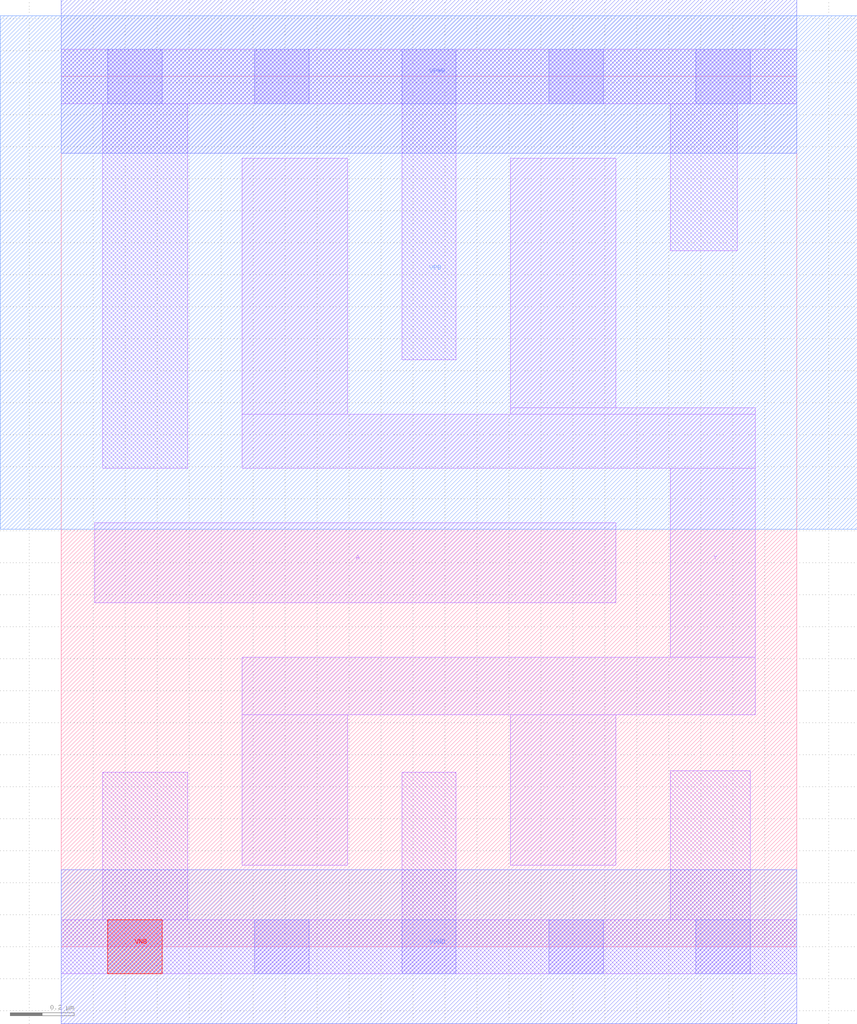
<source format=lef>
# Copyright 2020 The SkyWater PDK Authors
#
# Licensed under the Apache License, Version 2.0 (the "License");
# you may not use this file except in compliance with the License.
# You may obtain a copy of the License at
#
#     https://www.apache.org/licenses/LICENSE-2.0
#
# Unless required by applicable law or agreed to in writing, software
# distributed under the License is distributed on an "AS IS" BASIS,
# WITHOUT WARRANTIES OR CONDITIONS OF ANY KIND, either express or implied.
# See the License for the specific language governing permissions and
# limitations under the License.
#
# SPDX-License-Identifier: Apache-2.0

VERSION 5.7 ;
  NOWIREEXTENSIONATPIN ON ;
  DIVIDERCHAR "/" ;
  BUSBITCHARS "[]" ;
MACRO sky130_fd_sc_hd__inv_4
  CLASS CORE ;
  FOREIGN sky130_fd_sc_hd__inv_4 ;
  ORIGIN  0.000000  0.000000 ;
  SIZE  2.300000 BY  2.720000 ;
  SYMMETRY X Y R90 ;
  SITE unithd ;
  PIN A
    ANTENNAGATEAREA  0.990000 ;
    DIRECTION INPUT ;
    USE SIGNAL ;
    PORT
      LAYER li1 ;
        RECT 0.105000 1.075000 1.735000 1.325000 ;
    END
  END A
  PIN Y
    ANTENNADIFFAREA  0.891000 ;
    DIRECTION OUTPUT ;
    USE SIGNAL ;
    PORT
      LAYER li1 ;
        RECT 0.565000 0.255000 0.895000 0.725000 ;
        RECT 0.565000 0.725000 2.170000 0.905000 ;
        RECT 0.565000 1.495000 2.170000 1.665000 ;
        RECT 0.565000 1.665000 0.895000 2.465000 ;
        RECT 1.405000 0.255000 1.735000 0.725000 ;
        RECT 1.405000 1.665000 2.170000 1.685000 ;
        RECT 1.405000 1.685000 1.735000 2.465000 ;
        RECT 1.905000 0.905000 2.170000 1.495000 ;
    END
  END Y
  PIN VGND
    DIRECTION INOUT ;
    SHAPE ABUTMENT ;
    USE GROUND ;
    PORT
      LAYER met1 ;
        RECT 0.000000 -0.240000 2.300000 0.240000 ;
    END
  END VGND
  PIN VNB
    DIRECTION INOUT ;
    USE GROUND ;
    PORT
      LAYER pwell ;
        RECT 0.145000 -0.085000 0.315000 0.085000 ;
    END
  END VNB
  PIN VPB
    DIRECTION INOUT ;
    USE POWER ;
    PORT
      LAYER nwell ;
        RECT -0.190000 1.305000 2.490000 2.910000 ;
    END
  END VPB
  PIN VPWR
    DIRECTION INOUT ;
    SHAPE ABUTMENT ;
    USE POWER ;
    PORT
      LAYER met1 ;
        RECT 0.000000 2.480000 2.300000 2.960000 ;
    END
  END VPWR
  OBS
    LAYER li1 ;
      RECT 0.000000 -0.085000 2.300000 0.085000 ;
      RECT 0.000000  2.635000 2.300000 2.805000 ;
      RECT 0.130000  0.085000 0.395000 0.545000 ;
      RECT 0.130000  1.495000 0.395000 2.635000 ;
      RECT 1.065000  0.085000 1.235000 0.545000 ;
      RECT 1.065000  1.835000 1.235000 2.635000 ;
      RECT 1.905000  0.085000 2.155000 0.550000 ;
      RECT 1.905000  2.175000 2.115000 2.635000 ;
    LAYER mcon ;
      RECT 0.145000 -0.085000 0.315000 0.085000 ;
      RECT 0.145000  2.635000 0.315000 2.805000 ;
      RECT 0.605000 -0.085000 0.775000 0.085000 ;
      RECT 0.605000  2.635000 0.775000 2.805000 ;
      RECT 1.065000 -0.085000 1.235000 0.085000 ;
      RECT 1.065000  2.635000 1.235000 2.805000 ;
      RECT 1.525000 -0.085000 1.695000 0.085000 ;
      RECT 1.525000  2.635000 1.695000 2.805000 ;
      RECT 1.985000 -0.085000 2.155000 0.085000 ;
      RECT 1.985000  2.635000 2.155000 2.805000 ;
  END
END sky130_fd_sc_hd__inv_4
END LIBRARY

</source>
